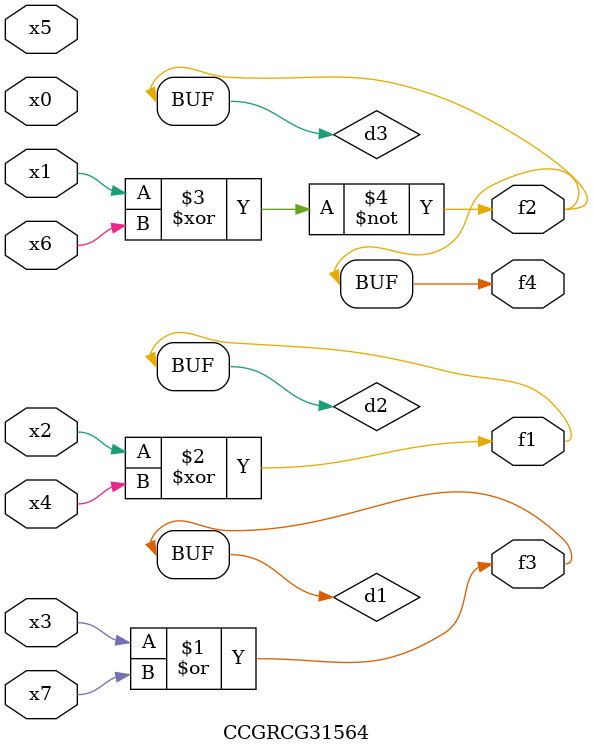
<source format=v>
module CCGRCG31564(
	input x0, x1, x2, x3, x4, x5, x6, x7,
	output f1, f2, f3, f4
);

	wire d1, d2, d3;

	or (d1, x3, x7);
	xor (d2, x2, x4);
	xnor (d3, x1, x6);
	assign f1 = d2;
	assign f2 = d3;
	assign f3 = d1;
	assign f4 = d3;
endmodule

</source>
